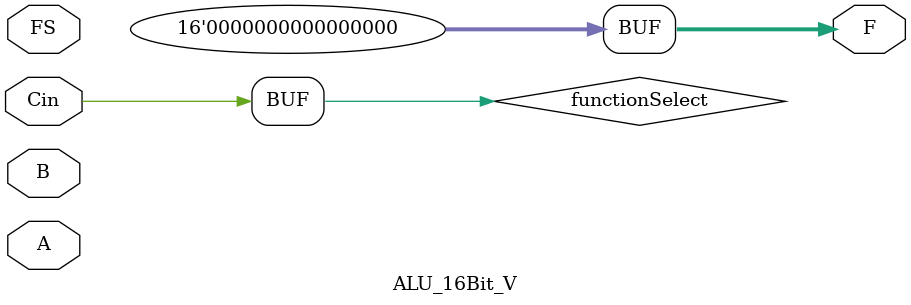
<source format=v>
module ALU_16Bit_V(F,A,B,FS,Cin);

input [15:0]A,B;
input [4:0]FS;
input Cin;
output reg [15:0]F;

wire functionSelect;
assign functionSelect = {{FS[4]},{FS[3]},{FS[2]},{FS[1]},{FS[0]},{Cin}};

always begin
casex (functionSelect)

//Arithmetic
6'b100001:           F <= A + 16'b1;  
              
6'b101000:           F <= A + B;  
              
6'b101101:           F <= A - B; 
               
6'b100100:           F <= A - 16'b1;  
                
6'b100011:           F <= -A;                

//Logic
6'b00000X:           F <= 16'b0;              

6'b01100X:           F <= A;                  

6'b00011X:           F <= ~A;                     

6'b01000X:           F <= A & B;                

6'b01110X:           F <= A | B;                

6'b00110X:           F <= A ^ B;                  

6'b01111X:           F <= 16'b111111111111111111;                 

6'b11XX00:           F <= A<<1'b1;                 

6'b11XX1X:           F <= A>>1'b1;                 

		endcase
	end
endmodule 
</source>
